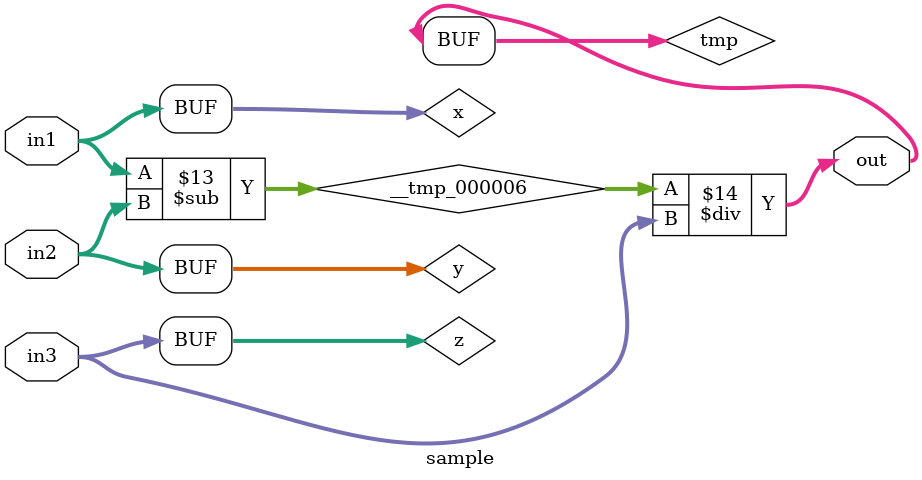
<source format=v>
/*
    Created by Sister.
*/
module sample(
    out,
    in3,
    in2,
    in1);

    reg[7:0] z;
    reg[7:0] y;
    reg[7:0] x;
    reg[15:0] tmp;
    output[15:0] out;
    reg[15:0] out;
    input[7:0] in3;
    input[7:0] in2;
    input[7:0] in1;
    reg[8:0] __tmp_000006;
    reg[7:0] __tmp_000005;
    reg[7:0] __tmp_000004;
    reg[8:0] __tmp_000003;
    reg[8:0] __tmp_000002;
    reg[8:0] __tmp_000001;
    reg[8:0] __tmp_000000;

    always@( in3 or  in2 or  in1) begin
      x=in1;
      y=in2;
      z=in3;
      __tmp_000000=(x+y);
      tmp=(__tmp_000000*z);
      __tmp_000001=(x-y);
      tmp=(__tmp_000001*z);
      __tmp_000002=(x-y);
      tmp=(__tmp_000002*z);
      __tmp_000003=(x-y);
      tmp=(__tmp_000003*z);
      __tmp_000004=(z/x);
      __tmp_000005=(y/z);
      tmp=(__tmp_000004-__tmp_000005);
      __tmp_000006=(x-y);
      tmp=(__tmp_000006/z);
      out<=tmp;
    end

endmodule


</source>
